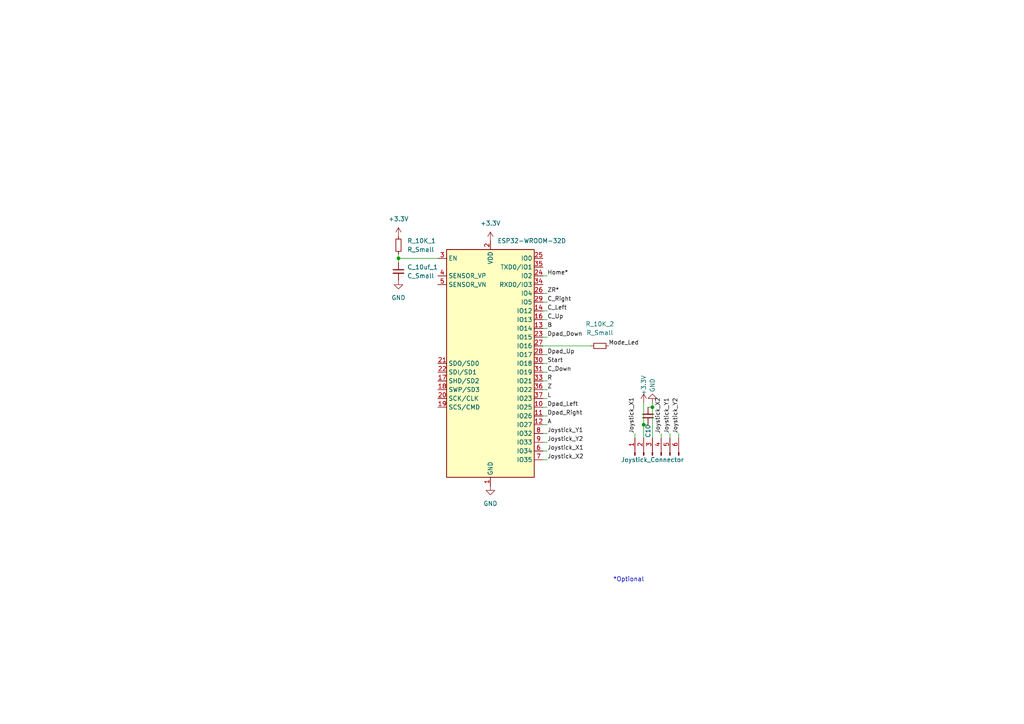
<source format=kicad_sch>
(kicad_sch (version 20211123) (generator eeschema)
  (paper "A4")
  (lib_symbols
    (symbol "Connector:Conn_01x06_Male" (pin_names (offset 1.016) hide)
      (property "Reference" "J" (at 0 7.62 0))
      (property "Value" "Conn_01x06_Male" (at 0 -10.16 0))
      (symbol "Conn_01x06_Male_1_1"
        (polyline (pts (xy 1.27 -7.62) (xy 0.8636 -7.62)) (stroke (width 0.1524)))
        (polyline (pts (xy 1.27 -5.08) (xy 0.8636 -5.08)) (stroke (width 0.1524)))
        (polyline (pts (xy 1.27 -2.54) (xy 0.8636 -2.54)) (stroke (width 0.1524)))
        (polyline (pts (xy 1.27 0) (xy 0.8636 0)) (stroke (width 0.1524)))
        (polyline (pts (xy 1.27 2.54) (xy 0.8636 2.54)) (stroke (width 0.1524)))
        (polyline (pts (xy 1.27 5.08) (xy 0.8636 5.08)) (stroke (width 0.1524)))
        (rectangle (start 0.8636 -7.493) (end 0 -7.747) (stroke (width 0.1524)) (fill (type outline)))
        (rectangle (start 0.8636 -4.953) (end 0 -5.207) (stroke (width 0.1524)) (fill (type outline)))
        (rectangle (start 0.8636 -2.413) (end 0 -2.667) (stroke (width 0.1524)) (fill (type outline)))
        (rectangle (start 0.8636 0.127) (end 0 -0.127) (stroke (width 0.1524)) (fill (type outline)))
        (rectangle (start 0.8636 2.667) (end 0 2.413) (stroke (width 0.1524)) (fill (type outline)))
        (rectangle (start 0.8636 5.207) (end 0 4.953) (stroke (width 0.1524)) (fill (type outline)))
        (pin passive line (at 5.08 5.08 180) (length 3.81) (name "Pin_1") (number "1"))
        (pin passive line (at 5.08 2.54 180) (length 3.81) (name "Pin_2") (number "2"))
        (pin passive line (at 5.08 0 180) (length 3.81) (name "Pin_3") (number "3"))
        (pin passive line (at 5.08 -2.54 180) (length 3.81) (name "Pin_4") (number "4"))
        (pin passive line (at 5.08 -5.08 180) (length 3.81) (name "Pin_5") (number "5"))
        (pin passive line (at 5.08 -7.62 180) (length 3.81) (name "Pin_6") (number "6"))
      )
    )
    (symbol "Device:C_Small" (pin_numbers hide) (pin_names (offset 0.254) hide)
      (property "Reference" "C" (at 0.254 1.778 0))
      (property "Value" "C_Small" (at 0.254 -2.032 0))
      (symbol "C_Small_0_1"
        (polyline (pts (xy -1.524 -0.508) (xy 1.524 -0.508)) (stroke (width 0.3302)))
        (polyline (pts (xy -1.524 0.508) (xy 1.524 0.508)) (stroke (width 0.3048)))
      )
      (symbol "C_Small_1_1"
        (pin passive line (at 0 2.54 270) (length 2.032) (name "~") (number "1"))
        (pin passive line (at 0 -2.54 90) (length 2.032) (name "~") (number "2"))
      )
    )
    (symbol "Device:R_Small" (pin_numbers hide) (pin_names (offset 0.254) hide)
      (property "Reference" "R" (at 0.762 0.508 0))
      (property "Value" "R_Small" (at 0.762 -1.016 0))
      (symbol "R_Small_0_1"
        (rectangle (start -0.762 1.778) (end 0.762 -1.778) (stroke (width 0.2032)))
      )
      (symbol "R_Small_1_1"
        (pin passive line (at 0 2.54 270) (length 0.762) (name "~") (number "1"))
        (pin passive line (at 0 -2.54 90) (length 0.762) (name "~") (number "2"))
      )
    )
    (symbol "RF_Module:ESP32-WROOM-32D"
      (property "Reference" "U" (at -12.7 34.29 0))
      (property "Value" "ESP32-WROOM-32D" (at 1.27 34.29 0))
      (symbol "ESP32-WROOM-32D_0_1"
        (rectangle (start -12.7 33.02) (end 12.7 -33.02) (stroke (width 0.254)) (fill (type background)))
      )
      (symbol "ESP32-WROOM-32D_1_1"
        (pin power_in line (at 0 -35.56 90) (length 2.54) (name "GND") (number "1"))
        (pin bidirectional line (at 15.24 -12.7 180) (length 2.54) (name "IO25") (number "10"))
        (pin bidirectional line (at 15.24 -15.24 180) (length 2.54) (name "IO26") (number "11"))
        (pin bidirectional line (at 15.24 -17.78 180) (length 2.54) (name "IO27") (number "12"))
        (pin bidirectional line (at 15.24 10.16 180) (length 2.54) (name "IO14") (number "13"))
        (pin bidirectional line (at 15.24 15.24 180) (length 2.54) (name "IO12") (number "14"))
        (pin passive line (at 0 -35.56 90) (length 2.54) hide (name "GND") (number "15"))
        (pin bidirectional line (at 15.24 12.7 180) (length 2.54) (name "IO13") (number "16"))
        (pin bidirectional line (at -15.24 -5.08 0) (length 2.54) (name "SHD/SD2") (number "17"))
        (pin bidirectional line (at -15.24 -7.62 0) (length 2.54) (name "SWP/SD3") (number "18"))
        (pin bidirectional line (at -15.24 -12.7 0) (length 2.54) (name "SCS/CMD") (number "19"))
        (pin power_in line (at 0 35.56 270) (length 2.54) (name "VDD") (number "2"))
        (pin bidirectional line (at -15.24 -10.16 0) (length 2.54) (name "SCK/CLK") (number "20"))
        (pin bidirectional line (at -15.24 0 0) (length 2.54) (name "SDO/SD0") (number "21"))
        (pin bidirectional line (at -15.24 -2.54 0) (length 2.54) (name "SDI/SD1") (number "22"))
        (pin bidirectional line (at 15.24 7.62 180) (length 2.54) (name "IO15") (number "23"))
        (pin bidirectional line (at 15.24 25.4 180) (length 2.54) (name "IO2") (number "24"))
        (pin bidirectional line (at 15.24 30.48 180) (length 2.54) (name "IO0") (number "25"))
        (pin bidirectional line (at 15.24 20.32 180) (length 2.54) (name "IO4") (number "26"))
        (pin bidirectional line (at 15.24 5.08 180) (length 2.54) (name "IO16") (number "27"))
        (pin bidirectional line (at 15.24 2.54 180) (length 2.54) (name "IO17") (number "28"))
        (pin bidirectional line (at 15.24 17.78 180) (length 2.54) (name "IO5") (number "29"))
        (pin input line (at -15.24 30.48 0) (length 2.54) (name "EN") (number "3"))
        (pin bidirectional line (at 15.24 0 180) (length 2.54) (name "IO18") (number "30"))
        (pin bidirectional line (at 15.24 -2.54 180) (length 2.54) (name "IO19") (number "31"))
        (pin no_connect line (at -12.7 -27.94 0) (length 2.54) hide (name "NC") (number "32"))
        (pin bidirectional line (at 15.24 -5.08 180) (length 2.54) (name "IO21") (number "33"))
        (pin bidirectional line (at 15.24 22.86 180) (length 2.54) (name "RXD0/IO3") (number "34"))
        (pin bidirectional line (at 15.24 27.94 180) (length 2.54) (name "TXD0/IO1") (number "35"))
        (pin bidirectional line (at 15.24 -7.62 180) (length 2.54) (name "IO22") (number "36"))
        (pin bidirectional line (at 15.24 -10.16 180) (length 2.54) (name "IO23") (number "37"))
        (pin passive line (at 0 -35.56 90) (length 2.54) hide (name "GND") (number "38"))
        (pin passive line (at 0 -35.56 90) (length 2.54) hide (name "GND") (number "39"))
        (pin input line (at -15.24 25.4 0) (length 2.54) (name "SENSOR_VP") (number "4"))
        (pin input line (at -15.24 22.86 0) (length 2.54) (name "SENSOR_VN") (number "5"))
        (pin input line (at 15.24 -25.4 180) (length 2.54) (name "IO34") (number "6"))
        (pin input line (at 15.24 -27.94 180) (length 2.54) (name "IO35") (number "7"))
        (pin bidirectional line (at 15.24 -20.32 180) (length 2.54) (name "IO32") (number "8"))
        (pin bidirectional line (at 15.24 -22.86 180) (length 2.54) (name "IO33") (number "9"))
      )
    )
    (symbol "power:+3.3V" (power) (pin_names (offset 0))
      (property "Value" "+3.3V" (at 0 3.556 0))
      (symbol "+3.3V_0_1"
        (polyline (pts (xy -0.762 1.27) (xy 0 2.54)))
        (polyline (pts (xy 0 0) (xy 0 2.54)))
        (polyline (pts (xy 0 2.54) (xy 0.762 1.27)))
      )
      (symbol "+3.3V_1_1"
        (pin power_in line (at 0 0 90) (length 0) hide (name "+3.3V") (number "1"))
      )
    )
    (symbol "power:GND" (power) (pin_names (offset 0))
      (property "Value" "GND" (at 0 -3.81 0))
      (symbol "GND_0_1"
        (polyline (pts (xy 0 0) (xy 0 -1.27) (xy 1.27 -1.27) (xy 0 -2.54) (xy -1.27 -1.27) (xy 0 -1.27)))
      )
      (symbol "GND_1_1"
        (pin power_in line (at 0 0 270) (length 0) hide (name "GND") (number "1"))
      )
    )
  )
  (junction (at 115.57 74.93))
  (junction (at 186.69 123.19))
  (junction (at 189.23 118.11))
  (wire (pts (xy 189.23 127) (xy 189.23 118.11)))
  (wire (pts (xy 157.48 115.57) (xy 158.75 115.57)))
  (wire (pts (xy 189.23 118.11) (xy 187.96 118.11)))
  (wire (pts (xy 157.48 80.01) (xy 158.75 80.01)))
  (wire (pts (xy 157.48 107.95) (xy 158.75 107.95)))
  (wire (pts (xy 157.48 133.35) (xy 158.75 133.35)))
  (wire (pts (xy 157.48 102.87) (xy 158.75 102.87)))
  (wire (pts (xy 157.48 95.25) (xy 158.75 95.25)))
  (wire (pts (xy 157.48 100.33) (xy 171.45 100.33)))
  (wire (pts (xy 157.48 105.41) (xy 158.75 105.41)))
  (wire (pts (xy 186.69 116.84) (xy 186.69 123.19)))
  (wire (pts (xy 194.31 125.73) (xy 194.31 127)))
  (wire (pts (xy 191.77 125.73) (xy 191.77 127)))
  (wire (pts (xy 186.69 127) (xy 186.69 123.19)))
  (wire (pts (xy 157.48 87.63) (xy 158.75 87.63)))
  (wire (pts (xy 157.48 92.71) (xy 158.75 92.71)))
  (wire (pts (xy 115.57 76.2) (xy 115.57 74.93)))
  (wire (pts (xy 157.48 125.73) (xy 158.75 125.73)))
  (wire (pts (xy 184.15 125.73) (xy 184.15 127)))
  (wire (pts (xy 115.57 74.93) (xy 127 74.93)))
  (wire (pts (xy 157.48 128.27) (xy 158.75 128.27)))
  (wire (pts (xy 157.48 130.81) (xy 158.75 130.81)))
  (wire (pts (xy 157.48 123.19) (xy 158.75 123.19)))
  (wire (pts (xy 157.48 110.49) (xy 158.75 110.49)))
  (wire (pts (xy 196.85 125.73) (xy 196.85 127)))
  (wire (pts (xy 157.48 85.09) (xy 158.75 85.09)))
  (wire (pts (xy 157.48 90.17) (xy 158.75 90.17)))
  (wire (pts (xy 157.48 97.79) (xy 158.75 97.79)))
  (wire (pts (xy 157.48 113.03) (xy 158.75 113.03)))
  (wire (pts (xy 157.48 118.11) (xy 158.75 118.11)))
  (wire (pts (xy 189.23 116.84) (xy 189.23 118.11)))
  (wire (pts (xy 186.69 123.19) (xy 187.96 123.19)))
  (wire (pts (xy 115.57 73.66) (xy 115.57 74.93)))
  (wire (pts (xy 157.48 120.65) (xy 158.75 120.65)))
  (text "*Optional" (at 177.8 168.91 0) (effects (font (size 1.27 1.27)) (justify left bottom)))
  (label "A" (at 158.75 123.19 0) (effects (font (size 1.2 1.2))))
  (label "C_Up" (at 158.75 92.71 0) (effects (font (size 1.2 1.2))))
  (label "B" (at 158.75 95.25 0) (effects (font (size 1.2 1.2))))
  (label "Joystick_Y2" (at 196.85 125.73 90) (effects (font (size 1.2 1.2))))
  (label "Mode_Led" (at 176.53 100.33 0) (effects (font (size 1.2 1.2))))
  (label "Start" (at 158.75 105.41 0) (effects (font (size 1.2 1.2))))
  (label "Dpad_Down" (at 158.75 97.79 0) (effects (font (size 1.2 1.2))))
  (label "Joystick_X1" (at 158.75 130.81 0) (effects (font (size 1.2 1.2))))
  (label "Joystick_X2" (at 158.75 133.35 0) (effects (font (size 1.2 1.2))))
  (label "R" (at 158.75 110.49 0) (effects (font (size 1.2 1.2))))
  (label "C_Left" (at 158.75 90.17 0) (effects (font (size 1.2 1.2))))
  (label "ZR*" (at 158.75 85.09 0) (effects (font (size 1.2 1.2))))
  (label "Joystick_Y1" (at 194.31 125.73 90) (effects (font (size 1.2 1.2))))
  (label "Dpad_Right" (at 158.75 120.65 0) (effects (font (size 1.2 1.2))))
  (label "Joystick_Y1" (at 158.75 125.73 0) (effects (font (size 1.2 1.2))))
  (label "Dpad_Up" (at 158.75 102.87 0) (effects (font (size 1.2 1.2))))
  (label "Home*" (at 158.75 80.01 0) (effects (font (size 1.2 1.2))))
  (label "L" (at 158.75 115.57 0) (effects (font (size 1.2 1.2))))
  (label "Joystick_X2" (at 191.77 125.73 90) (effects (font (size 1.2 1.2))))
  (label "Z" (at 158.75 113.03 0) (effects (font (size 1.2 1.2))))
  (label "Joystick_X1" (at 184.15 125.73 90) (effects (font (size 1.2 1.2))))
  (label "Joystick_Y2" (at 158.75 128.27 0) (effects (font (size 1.2 1.2))))
  (label "Dpad_Left" (at 158.75 118.11 0) (effects (font (size 1.2 1.2))))
  (label "C_Right" (at 158.75 87.63 0) (effects (font (size 1.2 1.2))))
  (label "C_Down" (at 158.75 107.95 0) (effects (font (size 1.2 1.2))))
  (symbol (lib_id "power:GND") (at 115.57 81.28 0) (unit 1)
    (property "Reference" "#PWR?" (effects hide))
    (property "Value" "GND" (at 115.57 86.36 0))
  )
  (symbol (lib_id "Device:R_Small") (at 115.57 71.12 0) (unit 1)
    (property "Reference" "R_10K_1" (at 118.11 69.8499 0) (effects (justify left)))
    (property "Value" "R_Small" (at 118.11 72.3899 0) (effects (justify left)))
    (property "Footprint" "Resistor_SMD:R_1206_3216Metric" (effects hide))
  )
  (symbol (lib_id "RF_Module:ESP32-WROOM-32D") (at 142.24 105.41 0) (unit 1)
    (property "Reference" "U?" (effects hide))
    (property "Value" "ESP32-WROOM-32D" (at 144.2594 69.85 0) (effects (justify left)))
    (property "Footprint" "RF_Module:ESP32-WROOM-32" (effects hide))
    (property "Datasheet" "https://www.espressif.com/sites/default/files/documentation/esp32-wroom-32d_esp32-wroom-32u_datasheet_en.pdf" (effects hide))
  )
  (symbol (lib_id "power:GND") (at 189.23 116.84 180) (unit 1)
    (property "Reference" "#PWR?" (effects hide))
    (property "Value" "GND" (at 189.23 111.76 90))
  )
  (symbol (lib_id "Connector:Conn_01x06_Male") (at 189.23 132.08 90) (unit 1)
    (property "Reference" "Joystick_Connector" (at 189.23 133.35 90))
    (property "Value" "Conn_01x06_Male" (effects hide))
    (property "Footprint" "Connector_PinHeader_1.00mm:PinHeader_1x06_P1.00mm_Vertical" (effects hide))
  )
  (symbol (lib_id "Device:R_Small") (at 173.99 100.33 90) (unit 1)
    (property "Reference" "R_10K_2" (at 173.99 93.98 90))
    (property "Value" "R_Small" (at 173.99 96.52 90))
    (property "Footprint" "Resistor_SMD:R_1206_3216Metric" (effects hide))
  )
  (symbol (lib_id "Device:C_Small") (at 187.96 120.65 180) (unit 1)
    (property "Reference" "C10" (at 187.96 127 90) (effects (justify right)))
    (property "Value" "C_Small" (effects hide))
    (property "Footprint" "Capacitor_SMD:C_1206_3216Metric" (effects hide))
  )
  (symbol (lib_id "power:+3.3V") (at 186.69 116.84 0) (unit 1)
    (property "Reference" "#PWR?" (effects hide))
    (property "Value" "+3.3V" (at 186.69 111.76 90))
  )
  (symbol (lib_id "power:+3.3V") (at 142.24 69.85 0) (unit 1)
    (property "Reference" "#PWR?" (effects hide))
    (property "Value" "+3.3V" (at 142.24 64.77 0))
  )
  (symbol (lib_id "power:+3.3V") (at 115.57 68.58 0) (unit 1)
    (property "Reference" "#PWR?" (effects hide))
    (property "Value" "+3.3V" (at 115.57 63.5 0))
  )
  (symbol (lib_id "power:GND") (at 142.24 140.97 0) (unit 1)
    (property "Reference" "#PWR?" (effects hide))
    (property "Value" "GND" (at 142.24 146.05 0))
  )
  (symbol (lib_id "Device:C_Small") (at 115.57 78.74 0) (unit 1)
    (property "Reference" "C_10uf_1" (at 118.11 77.4762 0) (effects (justify left)))
    (property "Value" "C_Small" (at 118.11 80.0162 0) (effects (justify left)))
    (property "Footprint" "Capacitor_SMD:C_1206_3216Metric" (effects hide))
  )
)
</source>
